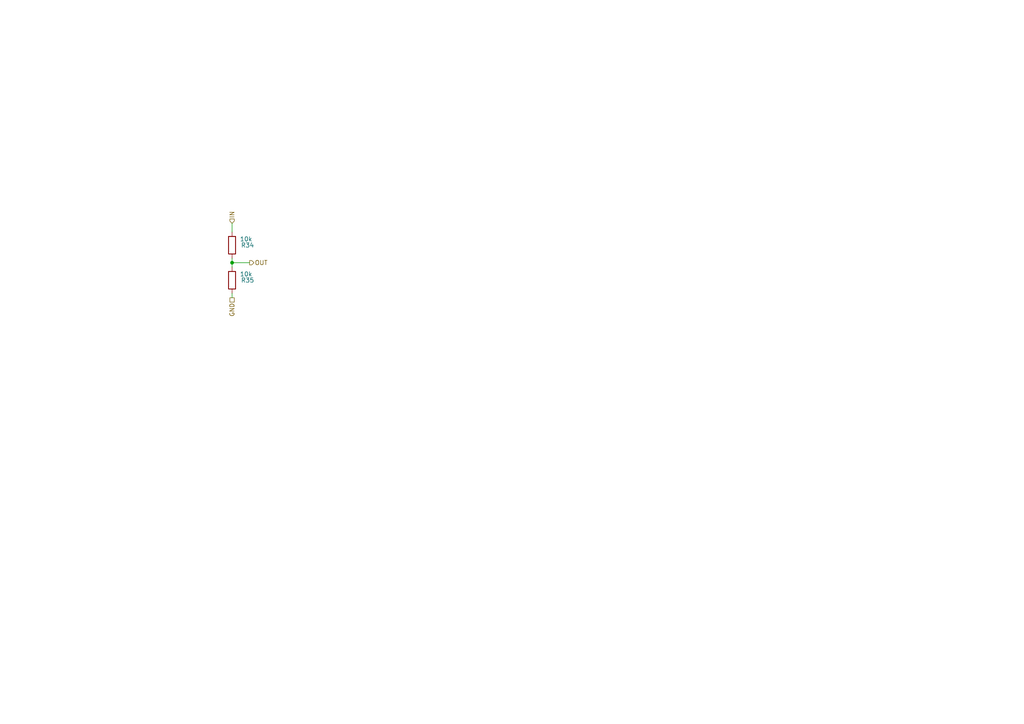
<source format=kicad_sch>
(kicad_sch (version 20250114) (generator "eeschema") (generator_version "9.0")
  (paper "A4")
  (lib_symbols
    (symbol "CREPP_Resistors:Resistor_THT_250mW (standard)" (pin_numbers (hide yes)) (pin_names (offset 0))
      (property "Reference" "R" (at 2.032 0 90))
      (symbol "Resistor_THT_250mW (standard)_0_1"
        (rectangle (start -1.016 -2.54) (end 1.016 2.54) (stroke (width 0.254)))
      )
      (symbol "Resistor_THT_250mW (standard)_1_1"
        (pin passive line (at 0 3.81 270) (length 1.27) (name "~") (number "1"))
        (pin passive line (at 0 -3.81 90) (length 1.27) (name "~") (number "2"))
      )
    )
  )
  (junction (at 67.31 76.2))
  (wire (pts (xy 67.31 64.77) (xy 67.31 67.31)))
  (wire (pts (xy 67.31 85.09) (xy 67.31 86.36)))
  (wire (pts (xy 67.31 76.2) (xy 67.31 77.47)))
  (wire (pts (xy 67.31 76.2) (xy 72.39 76.2)))
  (wire (pts (xy 67.31 74.93) (xy 67.31 76.2)))
  (hierarchical_label "OUT" (shape output) (at 72.39 76.2 0))
  (hierarchical_label "GND" (shape passive) (at 67.31 86.36 270))
  (hierarchical_label "IN" (shape input) (at 67.31 64.77 90))
  (symbol (lib_id "CREPP_Resistors:Resistor_THT_250mW (standard)") (at 67.31 71.12 0) (unit 1)
    (property "Reference" "R20" (at 69.85 71.1199 0) (effects (justify left)))
    (property "Value" "10k" (at 71.374 69.342 0))
    (property "Footprint" "Resistor_THT:R_Axial_DIN0207_L6.3mm_D2.5mm_P7.62mm_Horizontal" (effects (hide yes)))
    (property "Description" "Standard resistor - 1/4W - THT version" (effects (hide yes)))
    (instances (project "Base" (path "" (reference "R34") (unit 1)) (path "" (reference "R20") (unit 1)) (path "" (reference "R26") (unit 1)) (path "" (reference "R22") (unit 1)) (path "" (reference "R24") (unit 1))))
  )
  (symbol (lib_id "CREPP_Resistors:Resistor_THT_250mW (standard)") (at 67.31 81.28 0) (unit 1)
    (property "Reference" "R21" (at 69.85 81.2799 0) (effects (justify left)))
    (property "Value" "10k" (at 71.374 79.502 0))
    (property "Footprint" "Resistor_THT:R_Axial_DIN0207_L6.3mm_D2.5mm_P7.62mm_Horizontal" (effects (hide yes)))
    (property "Description" "Standard resistor - 1/4W - THT version" (effects (hide yes)))
    (instances (project "Base" (path "" (reference "R35") (unit 1)) (path "" (reference "R21") (unit 1)) (path "" (reference "R27") (unit 1)) (path "" (reference "R23") (unit 1)) (path "" (reference "R25") (unit 1))))
  )
)
</source>
